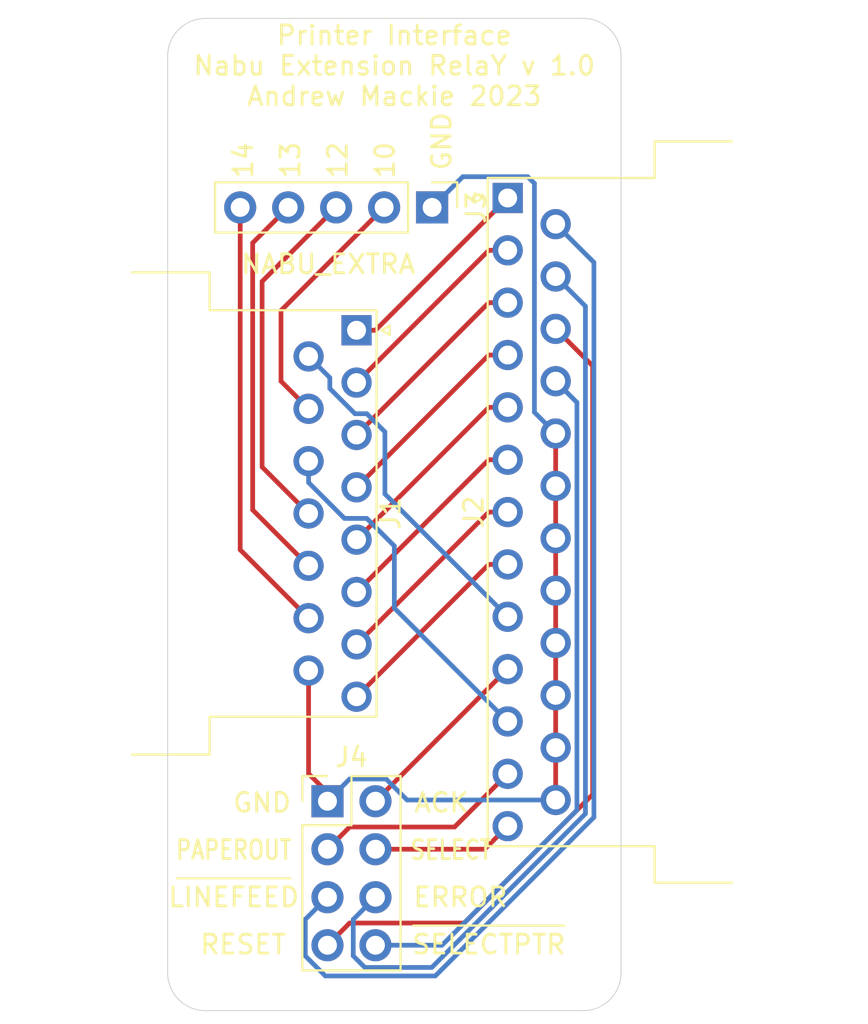
<source format=kicad_pcb>
(kicad_pcb (version 20171130) (host pcbnew "(5.1.8)-1")

  (general
    (thickness 1.6)
    (drawings 25)
    (tracks 90)
    (zones 0)
    (modules 4)
    (nets 23)
  )

  (page A4)
  (layers
    (0 F.Cu signal)
    (31 B.Cu signal)
    (32 B.Adhes user)
    (33 F.Adhes user)
    (34 B.Paste user)
    (35 F.Paste user)
    (36 B.SilkS user)
    (37 F.SilkS user)
    (38 B.Mask user)
    (39 F.Mask user)
    (40 Dwgs.User user)
    (41 Cmts.User user)
    (42 Eco1.User user)
    (43 Eco2.User user)
    (44 Edge.Cuts user)
    (45 Margin user)
    (46 B.CrtYd user)
    (47 F.CrtYd user)
    (48 B.Fab user)
    (49 F.Fab user)
  )

  (setup
    (last_trace_width 0.25)
    (trace_clearance 0.2)
    (zone_clearance 0.508)
    (zone_45_only no)
    (trace_min 0.2)
    (via_size 0.8)
    (via_drill 0.4)
    (via_min_size 0.4)
    (via_min_drill 0.3)
    (uvia_size 0.3)
    (uvia_drill 0.1)
    (uvias_allowed no)
    (uvia_min_size 0.2)
    (uvia_min_drill 0.1)
    (edge_width 0.05)
    (segment_width 0.2)
    (pcb_text_width 0.3)
    (pcb_text_size 1.5 1.5)
    (mod_edge_width 0.12)
    (mod_text_size 1 1)
    (mod_text_width 0.15)
    (pad_size 1.524 1.524)
    (pad_drill 0.762)
    (pad_to_mask_clearance 0)
    (aux_axis_origin 0 0)
    (visible_elements FFFFFF7F)
    (pcbplotparams
      (layerselection 0x010fc_ffffffff)
      (usegerberextensions false)
      (usegerberattributes true)
      (usegerberadvancedattributes true)
      (creategerberjobfile true)
      (excludeedgelayer true)
      (linewidth 0.100000)
      (plotframeref false)
      (viasonmask false)
      (mode 1)
      (useauxorigin false)
      (hpglpennumber 1)
      (hpglpenspeed 20)
      (hpglpendiameter 15.000000)
      (psnegative false)
      (psa4output false)
      (plotreference true)
      (plotvalue true)
      (plotinvisibletext false)
      (padsonsilk false)
      (subtractmaskfromsilk false)
      (outputformat 1)
      (mirror false)
      (drillshape 1)
      (scaleselection 1)
      (outputdirectory ""))
  )

  (net 0 "")
  (net 1 GND)
  (net 2 NABU14)
  (net 3 NABU13)
  (net 4 NABU12)
  (net 5 BUSY)
  (net 6 NABU10)
  (net 7 DATA7)
  (net 8 DATA6)
  (net 9 DATA5)
  (net 10 DATA4)
  (net 11 DATA3)
  (net 12 DATA2)
  (net 13 DATA1)
  (net 14 DATA0)
  (net 15 STROBE)
  (net 16 SELECTPRINTER)
  (net 17 RESET)
  (net 18 ERROR)
  (net 19 LINEFEED)
  (net 20 SELECT)
  (net 21 PAPEROUT)
  (net 22 ACK)

  (net_class Default "This is the default net class."
    (clearance 0.2)
    (trace_width 0.25)
    (via_dia 0.8)
    (via_drill 0.4)
    (uvia_dia 0.3)
    (uvia_drill 0.1)
    (add_net ACK)
    (add_net BUSY)
    (add_net DATA0)
    (add_net DATA1)
    (add_net DATA2)
    (add_net DATA3)
    (add_net DATA4)
    (add_net DATA5)
    (add_net DATA6)
    (add_net DATA7)
    (add_net ERROR)
    (add_net GND)
    (add_net LINEFEED)
    (add_net NABU10)
    (add_net NABU12)
    (add_net NABU13)
    (add_net NABU14)
    (add_net PAPEROUT)
    (add_net RESET)
    (add_net SELECT)
    (add_net SELECTPRINTER)
    (add_net STROBE)
  )

  (module Connector_PinHeader_2.54mm:PinHeader_2x04_P2.54mm_Vertical (layer F.Cu) (tedit 59FED5CC) (tstamp 6411A0B6)
    (at 130.46 98.92)
    (descr "Through hole straight pin header, 2x04, 2.54mm pitch, double rows")
    (tags "Through hole pin header THT 2x04 2.54mm double row")
    (path /64117DA8)
    (fp_text reference J4 (at 1.27 -2.33) (layer F.SilkS)
      (effects (font (size 1 1) (thickness 0.15)))
    )
    (fp_text value PRINTER_EXTRA (at 1.27 9.95) (layer F.Fab)
      (effects (font (size 1 1) (thickness 0.15)))
    )
    (fp_text user %R (at 1.27 3.81 90) (layer F.Fab)
      (effects (font (size 1 1) (thickness 0.15)))
    )
    (fp_line (start 0 -1.27) (end 3.81 -1.27) (layer F.Fab) (width 0.1))
    (fp_line (start 3.81 -1.27) (end 3.81 8.89) (layer F.Fab) (width 0.1))
    (fp_line (start 3.81 8.89) (end -1.27 8.89) (layer F.Fab) (width 0.1))
    (fp_line (start -1.27 8.89) (end -1.27 0) (layer F.Fab) (width 0.1))
    (fp_line (start -1.27 0) (end 0 -1.27) (layer F.Fab) (width 0.1))
    (fp_line (start -1.33 8.95) (end 3.87 8.95) (layer F.SilkS) (width 0.12))
    (fp_line (start -1.33 1.27) (end -1.33 8.95) (layer F.SilkS) (width 0.12))
    (fp_line (start 3.87 -1.33) (end 3.87 8.95) (layer F.SilkS) (width 0.12))
    (fp_line (start -1.33 1.27) (end 1.27 1.27) (layer F.SilkS) (width 0.12))
    (fp_line (start 1.27 1.27) (end 1.27 -1.33) (layer F.SilkS) (width 0.12))
    (fp_line (start 1.27 -1.33) (end 3.87 -1.33) (layer F.SilkS) (width 0.12))
    (fp_line (start -1.33 0) (end -1.33 -1.33) (layer F.SilkS) (width 0.12))
    (fp_line (start -1.33 -1.33) (end 0 -1.33) (layer F.SilkS) (width 0.12))
    (fp_line (start -1.8 -1.8) (end -1.8 9.4) (layer F.CrtYd) (width 0.05))
    (fp_line (start -1.8 9.4) (end 4.35 9.4) (layer F.CrtYd) (width 0.05))
    (fp_line (start 4.35 9.4) (end 4.35 -1.8) (layer F.CrtYd) (width 0.05))
    (fp_line (start 4.35 -1.8) (end -1.8 -1.8) (layer F.CrtYd) (width 0.05))
    (pad 8 thru_hole oval (at 2.54 7.62) (size 1.7 1.7) (drill 1) (layers *.Cu *.Mask)
      (net 16 SELECTPRINTER))
    (pad 7 thru_hole oval (at 0 7.62) (size 1.7 1.7) (drill 1) (layers *.Cu *.Mask)
      (net 17 RESET))
    (pad 6 thru_hole oval (at 2.54 5.08) (size 1.7 1.7) (drill 1) (layers *.Cu *.Mask)
      (net 18 ERROR))
    (pad 5 thru_hole oval (at 0 5.08) (size 1.7 1.7) (drill 1) (layers *.Cu *.Mask)
      (net 19 LINEFEED))
    (pad 4 thru_hole oval (at 2.54 2.54) (size 1.7 1.7) (drill 1) (layers *.Cu *.Mask)
      (net 20 SELECT))
    (pad 3 thru_hole oval (at 0 2.54) (size 1.7 1.7) (drill 1) (layers *.Cu *.Mask)
      (net 21 PAPEROUT))
    (pad 2 thru_hole oval (at 2.54 0) (size 1.7 1.7) (drill 1) (layers *.Cu *.Mask)
      (net 22 ACK))
    (pad 1 thru_hole rect (at 0 0) (size 1.7 1.7) (drill 1) (layers *.Cu *.Mask)
      (net 1 GND))
    (model ${KISYS3DMOD}/Connector_PinHeader_2.54mm.3dshapes/PinHeader_2x04_P2.54mm_Vertical.wrl
      (at (xyz 0 0 0))
      (scale (xyz 1 1 1))
      (rotate (xyz 0 0 0))
    )
  )

  (module Connector_PinHeader_2.54mm:PinHeader_1x05_P2.54mm_Vertical (layer F.Cu) (tedit 59FED5CC) (tstamp 6411A098)
    (at 136 67.5 270)
    (descr "Through hole straight pin header, 1x05, 2.54mm pitch, single row")
    (tags "Through hole pin header THT 1x05 2.54mm single row")
    (path /641237BE)
    (fp_text reference J3 (at 0 -2.33 90) (layer F.SilkS)
      (effects (font (size 1 1) (thickness 0.15)))
    )
    (fp_text value NABU_EXTRA (at 0 12.49 90) (layer F.Fab)
      (effects (font (size 1 1) (thickness 0.15)))
    )
    (fp_text user %R (at 0 5.08) (layer F.Fab)
      (effects (font (size 1 1) (thickness 0.15)))
    )
    (fp_line (start -0.635 -1.27) (end 1.27 -1.27) (layer F.Fab) (width 0.1))
    (fp_line (start 1.27 -1.27) (end 1.27 11.43) (layer F.Fab) (width 0.1))
    (fp_line (start 1.27 11.43) (end -1.27 11.43) (layer F.Fab) (width 0.1))
    (fp_line (start -1.27 11.43) (end -1.27 -0.635) (layer F.Fab) (width 0.1))
    (fp_line (start -1.27 -0.635) (end -0.635 -1.27) (layer F.Fab) (width 0.1))
    (fp_line (start -1.33 11.49) (end 1.33 11.49) (layer F.SilkS) (width 0.12))
    (fp_line (start -1.33 1.27) (end -1.33 11.49) (layer F.SilkS) (width 0.12))
    (fp_line (start 1.33 1.27) (end 1.33 11.49) (layer F.SilkS) (width 0.12))
    (fp_line (start -1.33 1.27) (end 1.33 1.27) (layer F.SilkS) (width 0.12))
    (fp_line (start -1.33 0) (end -1.33 -1.33) (layer F.SilkS) (width 0.12))
    (fp_line (start -1.33 -1.33) (end 0 -1.33) (layer F.SilkS) (width 0.12))
    (fp_line (start -1.8 -1.8) (end -1.8 11.95) (layer F.CrtYd) (width 0.05))
    (fp_line (start -1.8 11.95) (end 1.8 11.95) (layer F.CrtYd) (width 0.05))
    (fp_line (start 1.8 11.95) (end 1.8 -1.8) (layer F.CrtYd) (width 0.05))
    (fp_line (start 1.8 -1.8) (end -1.8 -1.8) (layer F.CrtYd) (width 0.05))
    (pad 5 thru_hole oval (at 0 10.16 270) (size 1.7 1.7) (drill 1) (layers *.Cu *.Mask)
      (net 2 NABU14))
    (pad 4 thru_hole oval (at 0 7.62 270) (size 1.7 1.7) (drill 1) (layers *.Cu *.Mask)
      (net 3 NABU13))
    (pad 3 thru_hole oval (at 0 5.08 270) (size 1.7 1.7) (drill 1) (layers *.Cu *.Mask)
      (net 4 NABU12))
    (pad 2 thru_hole oval (at 0 2.54 270) (size 1.7 1.7) (drill 1) (layers *.Cu *.Mask)
      (net 6 NABU10))
    (pad 1 thru_hole rect (at 0 0 270) (size 1.7 1.7) (drill 1) (layers *.Cu *.Mask)
      (net 1 GND))
    (model ${KISYS3DMOD}/Connector_PinHeader_2.54mm.3dshapes/PinHeader_1x05_P2.54mm_Vertical.wrl
      (at (xyz 0 0 0))
      (scale (xyz 1 1 1))
      (rotate (xyz 0 0 0))
    )
  )

  (module Connector_Dsub:DSUB-25_Female_Horizontal_P2.77x2.54mm_EdgePinOffset9.40mm (layer F.Cu) (tedit 59FEDEE2) (tstamp 6411A07F)
    (at 140 67 90)
    (descr "25-pin D-Sub connector, horizontal/angled (90 deg), THT-mount, female, pitch 2.77x2.54mm, pin-PCB-offset 9.4mm, see http://docs-europe.electrocomponents.com/webdocs/1585/0900766b81585df2.pdf")
    (tags "25-pin D-Sub connector horizontal angled 90deg THT female pitch 2.77x2.54mm pin-PCB-offset 9.4mm")
    (path /641069CE)
    (fp_text reference J2 (at -16.62 -1.8 90) (layer F.SilkS)
      (effects (font (size 1 1) (thickness 0.15)))
    )
    (fp_text value DB25_POINT_TOWARDS_PRINTER (at -17 5 90) (layer F.Fab)
      (effects (font (size 1 1) (thickness 0.15)))
    )
    (fp_text user %R (at -36 4 90) (layer F.Fab)
      (effects (font (size 1 1) (thickness 0.15)))
    )
    (fp_line (start -0.1 0) (end -0.1 7.84) (layer F.Fab) (width 0.1))
    (fp_line (start 0 0) (end 0 7.84) (layer F.Fab) (width 0.1))
    (fp_line (start 0.1 0) (end 0.1 7.84) (layer F.Fab) (width 0.1))
    (fp_line (start -2.87 0) (end -2.87 7.84) (layer F.Fab) (width 0.1))
    (fp_line (start -2.77 0) (end -2.77 7.84) (layer F.Fab) (width 0.1))
    (fp_line (start -2.67 0) (end -2.67 7.84) (layer F.Fab) (width 0.1))
    (fp_line (start -5.64 0) (end -5.64 7.84) (layer F.Fab) (width 0.1))
    (fp_line (start -5.54 0) (end -5.54 7.84) (layer F.Fab) (width 0.1))
    (fp_line (start -5.44 0) (end -5.44 7.84) (layer F.Fab) (width 0.1))
    (fp_line (start -8.41 0) (end -8.41 7.84) (layer F.Fab) (width 0.1))
    (fp_line (start -8.31 0) (end -8.31 7.84) (layer F.Fab) (width 0.1))
    (fp_line (start -8.21 0) (end -8.21 7.84) (layer F.Fab) (width 0.1))
    (fp_line (start -11.18 0) (end -11.18 7.84) (layer F.Fab) (width 0.1))
    (fp_line (start -11.08 0) (end -11.08 7.84) (layer F.Fab) (width 0.1))
    (fp_line (start -10.98 0) (end -10.98 7.84) (layer F.Fab) (width 0.1))
    (fp_line (start -13.95 0) (end -13.95 7.84) (layer F.Fab) (width 0.1))
    (fp_line (start -13.85 0) (end -13.85 7.84) (layer F.Fab) (width 0.1))
    (fp_line (start -13.75 0) (end -13.75 7.84) (layer F.Fab) (width 0.1))
    (fp_line (start -16.72 0) (end -16.72 7.84) (layer F.Fab) (width 0.1))
    (fp_line (start -16.62 0) (end -16.62 7.84) (layer F.Fab) (width 0.1))
    (fp_line (start -16.52 0) (end -16.52 7.84) (layer F.Fab) (width 0.1))
    (fp_line (start -19.49 0) (end -19.49 7.84) (layer F.Fab) (width 0.1))
    (fp_line (start -19.39 0) (end -19.39 7.84) (layer F.Fab) (width 0.1))
    (fp_line (start -19.29 0) (end -19.29 7.84) (layer F.Fab) (width 0.1))
    (fp_line (start -22.26 0) (end -22.26 7.84) (layer F.Fab) (width 0.1))
    (fp_line (start -22.16 0) (end -22.16 7.84) (layer F.Fab) (width 0.1))
    (fp_line (start -22.06 0) (end -22.06 7.84) (layer F.Fab) (width 0.1))
    (fp_line (start -25.03 0) (end -25.03 7.84) (layer F.Fab) (width 0.1))
    (fp_line (start -24.93 0) (end -24.93 7.84) (layer F.Fab) (width 0.1))
    (fp_line (start -24.83 0) (end -24.83 7.84) (layer F.Fab) (width 0.1))
    (fp_line (start -27.8 0) (end -27.8 7.84) (layer F.Fab) (width 0.1))
    (fp_line (start -27.7 0) (end -27.7 7.84) (layer F.Fab) (width 0.1))
    (fp_line (start -27.6 0) (end -27.6 7.84) (layer F.Fab) (width 0.1))
    (fp_line (start -30.57 0) (end -30.57 7.84) (layer F.Fab) (width 0.1))
    (fp_line (start -30.47 0) (end -30.47 7.84) (layer F.Fab) (width 0.1))
    (fp_line (start -30.37 0) (end -30.37 7.84) (layer F.Fab) (width 0.1))
    (fp_line (start -33.34 0) (end -33.34 7.84) (layer F.Fab) (width 0.1))
    (fp_line (start -33.24 0) (end -33.24 7.84) (layer F.Fab) (width 0.1))
    (fp_line (start -33.14 0) (end -33.14 7.84) (layer F.Fab) (width 0.1))
    (fp_line (start -1.485 2.54) (end -1.485 7.84) (layer F.Fab) (width 0.1))
    (fp_line (start -1.385 2.54) (end -1.385 7.84) (layer F.Fab) (width 0.1))
    (fp_line (start -1.285 2.54) (end -1.285 7.84) (layer F.Fab) (width 0.1))
    (fp_line (start -4.255 2.54) (end -4.255 7.84) (layer F.Fab) (width 0.1))
    (fp_line (start -4.155 2.54) (end -4.155 7.84) (layer F.Fab) (width 0.1))
    (fp_line (start -4.055 2.54) (end -4.055 7.84) (layer F.Fab) (width 0.1))
    (fp_line (start -7.025 2.54) (end -7.025 7.84) (layer F.Fab) (width 0.1))
    (fp_line (start -6.925 2.54) (end -6.925 7.84) (layer F.Fab) (width 0.1))
    (fp_line (start -6.825 2.54) (end -6.825 7.84) (layer F.Fab) (width 0.1))
    (fp_line (start -9.795 2.54) (end -9.795 7.84) (layer F.Fab) (width 0.1))
    (fp_line (start -9.695 2.54) (end -9.695 7.84) (layer F.Fab) (width 0.1))
    (fp_line (start -9.595 2.54) (end -9.595 7.84) (layer F.Fab) (width 0.1))
    (fp_line (start -12.565 2.54) (end -12.565 7.84) (layer F.Fab) (width 0.1))
    (fp_line (start -12.465 2.54) (end -12.465 7.84) (layer F.Fab) (width 0.1))
    (fp_line (start -12.365 2.54) (end -12.365 7.84) (layer F.Fab) (width 0.1))
    (fp_line (start -15.335 2.54) (end -15.335 7.84) (layer F.Fab) (width 0.1))
    (fp_line (start -15.235 2.54) (end -15.235 7.84) (layer F.Fab) (width 0.1))
    (fp_line (start -15.135 2.54) (end -15.135 7.84) (layer F.Fab) (width 0.1))
    (fp_line (start -18.105 2.54) (end -18.105 7.84) (layer F.Fab) (width 0.1))
    (fp_line (start -18.005 2.54) (end -18.005 7.84) (layer F.Fab) (width 0.1))
    (fp_line (start -17.905 2.54) (end -17.905 7.84) (layer F.Fab) (width 0.1))
    (fp_line (start -20.875 2.54) (end -20.875 7.84) (layer F.Fab) (width 0.1))
    (fp_line (start -20.775 2.54) (end -20.775 7.84) (layer F.Fab) (width 0.1))
    (fp_line (start -20.675 2.54) (end -20.675 7.84) (layer F.Fab) (width 0.1))
    (fp_line (start -23.645 2.54) (end -23.645 7.84) (layer F.Fab) (width 0.1))
    (fp_line (start -23.545 2.54) (end -23.545 7.84) (layer F.Fab) (width 0.1))
    (fp_line (start -23.445 2.54) (end -23.445 7.84) (layer F.Fab) (width 0.1))
    (fp_line (start -26.415 2.54) (end -26.415 7.84) (layer F.Fab) (width 0.1))
    (fp_line (start -26.315 2.54) (end -26.315 7.84) (layer F.Fab) (width 0.1))
    (fp_line (start -26.215 2.54) (end -26.215 7.84) (layer F.Fab) (width 0.1))
    (fp_line (start -29.185 2.54) (end -29.185 7.84) (layer F.Fab) (width 0.1))
    (fp_line (start -29.085 2.54) (end -29.085 7.84) (layer F.Fab) (width 0.1))
    (fp_line (start -28.985 2.54) (end -28.985 7.84) (layer F.Fab) (width 0.1))
    (fp_line (start -31.955 2.54) (end -31.955 7.84) (layer F.Fab) (width 0.1))
    (fp_line (start -31.855 2.54) (end -31.855 7.84) (layer F.Fab) (width 0.1))
    (fp_line (start -31.755 2.54) (end -31.755 7.84) (layer F.Fab) (width 0.1))
    (fp_line (start -36.17 7.84) (end -36.17 11.94) (layer F.Fab) (width 0.1))
    (fp_line (start -36.17 11.94) (end 2.93 11.94) (layer F.Fab) (width 0.1))
    (fp_line (start 2.93 11.94) (end 2.93 7.84) (layer F.Fab) (width 0.1))
    (fp_line (start 2.93 7.84) (end -36.17 7.84) (layer F.Fab) (width 0.1))
    (fp_line (start -43.17 11.94) (end -43.17 12.34) (layer F.Fab) (width 0.1))
    (fp_line (start -43.17 12.34) (end 9.93 12.34) (layer F.Fab) (width 0.1))
    (fp_line (start 9.93 12.34) (end 9.93 11.94) (layer F.Fab) (width 0.1))
    (fp_line (start 9.93 11.94) (end -43.17 11.94) (layer F.Fab) (width 0.1))
    (fp_line (start -35.77 12.34) (end -35.77 18.51) (layer F.Fab) (width 0.1))
    (fp_line (start -35.77 18.51) (end 2.53 18.51) (layer F.Fab) (width 0.1))
    (fp_line (start 2.53 18.51) (end 2.53 12.34) (layer F.Fab) (width 0.1))
    (fp_line (start 2.53 12.34) (end -35.77 12.34) (layer F.Fab) (width 0.1))
    (fp_line (start -36.23 11.88) (end -36.23 7.78) (layer F.SilkS) (width 0.12))
    (fp_line (start -36.23 7.78) (end -34.3 7.78) (layer F.SilkS) (width 0.12))
    (fp_line (start -34.3 7.78) (end -34.3 -1.06) (layer F.SilkS) (width 0.12))
    (fp_line (start -34.3 -1.06) (end 1.06 -1.06) (layer F.SilkS) (width 0.12))
    (fp_line (start 1.06 -1.06) (end 1.06 7.78) (layer F.SilkS) (width 0.12))
    (fp_line (start 1.06 7.78) (end 2.99 7.78) (layer F.SilkS) (width 0.12))
    (fp_line (start 2.99 7.78) (end 2.99 11.88) (layer F.SilkS) (width 0.12))
    (fp_line (start -0.25 -1.754338) (end 0.25 -1.754338) (layer F.SilkS) (width 0.12))
    (fp_line (start 0.25 -1.754338) (end 0 -1.321325) (layer F.SilkS) (width 0.12))
    (fp_line (start 0 -1.321325) (end -0.25 -1.754338) (layer F.SilkS) (width 0.12))
    (fp_line (start -36.3 19.05) (end -36.3 12.85) (layer F.CrtYd) (width 0.05))
    (fp_line (start -36.3 12.85) (end -43.7 12.85) (layer F.CrtYd) (width 0.05))
    (fp_line (start -43.7 12.85) (end -43.7 11.45) (layer F.CrtYd) (width 0.05))
    (fp_line (start -43.7 11.45) (end -36.7 11.45) (layer F.CrtYd) (width 0.05))
    (fp_line (start -36.7 11.45) (end -36.7 7.35) (layer F.CrtYd) (width 0.05))
    (fp_line (start -36.7 7.35) (end -34.55 7.35) (layer F.CrtYd) (width 0.05))
    (fp_line (start -34.55 7.35) (end -34.55 -1.35) (layer F.CrtYd) (width 0.05))
    (fp_line (start -34.55 -1.35) (end 1.3 -1.35) (layer F.CrtYd) (width 0.05))
    (fp_line (start 1.3 -1.35) (end 1.3 7.35) (layer F.CrtYd) (width 0.05))
    (fp_line (start 1.3 7.35) (end 3.45 7.35) (layer F.CrtYd) (width 0.05))
    (fp_line (start 3.45 7.35) (end 3.45 11.45) (layer F.CrtYd) (width 0.05))
    (fp_line (start 3.45 11.45) (end 10.45 11.45) (layer F.CrtYd) (width 0.05))
    (fp_line (start 10.45 11.45) (end 10.45 12.85) (layer F.CrtYd) (width 0.05))
    (fp_line (start 10.45 12.85) (end 3.05 12.85) (layer F.CrtYd) (width 0.05))
    (fp_line (start 3.05 12.85) (end 3.05 19.05) (layer F.CrtYd) (width 0.05))
    (fp_line (start 3.05 19.05) (end -36.3 19.05) (layer F.CrtYd) (width 0.05))
    (pad 25 thru_hole circle (at -31.855 2.54 90) (size 1.6 1.6) (drill 1) (layers *.Cu *.Mask)
      (net 1 GND))
    (pad 24 thru_hole circle (at -29.085 2.54 90) (size 1.6 1.6) (drill 1) (layers *.Cu *.Mask)
      (net 1 GND))
    (pad 23 thru_hole circle (at -26.315 2.54 90) (size 1.6 1.6) (drill 1) (layers *.Cu *.Mask)
      (net 1 GND))
    (pad 22 thru_hole circle (at -23.545 2.54 90) (size 1.6 1.6) (drill 1) (layers *.Cu *.Mask)
      (net 1 GND))
    (pad 21 thru_hole circle (at -20.775 2.54 90) (size 1.6 1.6) (drill 1) (layers *.Cu *.Mask)
      (net 1 GND))
    (pad 20 thru_hole circle (at -18.005 2.54 90) (size 1.6 1.6) (drill 1) (layers *.Cu *.Mask)
      (net 1 GND))
    (pad 19 thru_hole circle (at -15.235 2.54 90) (size 1.6 1.6) (drill 1) (layers *.Cu *.Mask)
      (net 1 GND))
    (pad 18 thru_hole circle (at -12.465 2.54 90) (size 1.6 1.6) (drill 1) (layers *.Cu *.Mask)
      (net 1 GND))
    (pad 17 thru_hole circle (at -9.695 2.54 90) (size 1.6 1.6) (drill 1) (layers *.Cu *.Mask)
      (net 16 SELECTPRINTER))
    (pad 16 thru_hole circle (at -6.925 2.54 90) (size 1.6 1.6) (drill 1) (layers *.Cu *.Mask)
      (net 17 RESET))
    (pad 15 thru_hole circle (at -4.155 2.54 90) (size 1.6 1.6) (drill 1) (layers *.Cu *.Mask)
      (net 18 ERROR))
    (pad 14 thru_hole circle (at -1.385 2.54 90) (size 1.6 1.6) (drill 1) (layers *.Cu *.Mask)
      (net 19 LINEFEED))
    (pad 13 thru_hole circle (at -33.24 0 90) (size 1.6 1.6) (drill 1) (layers *.Cu *.Mask)
      (net 20 SELECT))
    (pad 12 thru_hole circle (at -30.47 0 90) (size 1.6 1.6) (drill 1) (layers *.Cu *.Mask)
      (net 21 PAPEROUT))
    (pad 11 thru_hole circle (at -27.7 0 90) (size 1.6 1.6) (drill 1) (layers *.Cu *.Mask)
      (net 5 BUSY))
    (pad 10 thru_hole circle (at -24.93 0 90) (size 1.6 1.6) (drill 1) (layers *.Cu *.Mask)
      (net 22 ACK))
    (pad 9 thru_hole circle (at -22.16 0 90) (size 1.6 1.6) (drill 1) (layers *.Cu *.Mask)
      (net 7 DATA7))
    (pad 8 thru_hole circle (at -19.39 0 90) (size 1.6 1.6) (drill 1) (layers *.Cu *.Mask)
      (net 8 DATA6))
    (pad 7 thru_hole circle (at -16.62 0 90) (size 1.6 1.6) (drill 1) (layers *.Cu *.Mask)
      (net 9 DATA5))
    (pad 6 thru_hole circle (at -13.85 0 90) (size 1.6 1.6) (drill 1) (layers *.Cu *.Mask)
      (net 10 DATA4))
    (pad 5 thru_hole circle (at -11.08 0 90) (size 1.6 1.6) (drill 1) (layers *.Cu *.Mask)
      (net 11 DATA3))
    (pad 4 thru_hole circle (at -8.31 0 90) (size 1.6 1.6) (drill 1) (layers *.Cu *.Mask)
      (net 12 DATA2))
    (pad 3 thru_hole circle (at -5.54 0 90) (size 1.6 1.6) (drill 1) (layers *.Cu *.Mask)
      (net 13 DATA1))
    (pad 2 thru_hole circle (at -2.77 0 90) (size 1.6 1.6) (drill 1) (layers *.Cu *.Mask)
      (net 14 DATA0))
    (pad 1 thru_hole rect (at 0 0 90) (size 1.6 1.6) (drill 1) (layers *.Cu *.Mask)
      (net 15 STROBE))
    (model ${KISYS3DMOD}/Connector_Dsub.3dshapes/DSUB-25_Female_Horizontal_P2.77x2.54mm_EdgePinOffset9.40mm.wrl
      (at (xyz 0 0 0))
      (scale (xyz 1 1 1))
      (rotate (xyz 0 0 0))
    )
  )

  (module Connector_Dsub:DSUB-15_Male_Horizontal_P2.77x2.54mm_EdgePinOffset9.40mm (layer F.Cu) (tedit 59FEDEE2) (tstamp 64119FF0)
    (at 132 74 270)
    (descr "15-pin D-Sub connector, horizontal/angled (90 deg), THT-mount, male, pitch 2.77x2.54mm, pin-PCB-offset 9.4mm, see http://docs-europe.electrocomponents.com/webdocs/1585/0900766b81585df2.pdf")
    (tags "15-pin D-Sub connector horizontal angled 90deg THT male pitch 2.77x2.54mm pin-PCB-offset 9.4mm")
    (path /64108540)
    (fp_text reference J1 (at 9.695 -1.8 90) (layer F.SilkS)
      (effects (font (size 1 1) (thickness 0.15)))
    )
    (fp_text value DB15_POINT_TOWARDS_NABU (at 10 6.5 90) (layer F.Fab)
      (effects (font (size 1 1) (thickness 0.15)))
    )
    (fp_text user %R (at 21.5 4 90) (layer F.Fab)
      (effects (font (size 1 1) (thickness 0.15)))
    )
    (fp_line (start -0.1 0) (end -0.1 7.84) (layer F.Fab) (width 0.1))
    (fp_line (start 0 0) (end 0 7.84) (layer F.Fab) (width 0.1))
    (fp_line (start 0.1 0) (end 0.1 7.84) (layer F.Fab) (width 0.1))
    (fp_line (start 2.67 0) (end 2.67 7.84) (layer F.Fab) (width 0.1))
    (fp_line (start 2.77 0) (end 2.77 7.84) (layer F.Fab) (width 0.1))
    (fp_line (start 2.87 0) (end 2.87 7.84) (layer F.Fab) (width 0.1))
    (fp_line (start 5.44 0) (end 5.44 7.84) (layer F.Fab) (width 0.1))
    (fp_line (start 5.54 0) (end 5.54 7.84) (layer F.Fab) (width 0.1))
    (fp_line (start 5.64 0) (end 5.64 7.84) (layer F.Fab) (width 0.1))
    (fp_line (start 8.21 0) (end 8.21 7.84) (layer F.Fab) (width 0.1))
    (fp_line (start 8.31 0) (end 8.31 7.84) (layer F.Fab) (width 0.1))
    (fp_line (start 8.41 0) (end 8.41 7.84) (layer F.Fab) (width 0.1))
    (fp_line (start 10.98 0) (end 10.98 7.84) (layer F.Fab) (width 0.1))
    (fp_line (start 11.08 0) (end 11.08 7.84) (layer F.Fab) (width 0.1))
    (fp_line (start 11.18 0) (end 11.18 7.84) (layer F.Fab) (width 0.1))
    (fp_line (start 13.75 0) (end 13.75 7.84) (layer F.Fab) (width 0.1))
    (fp_line (start 13.85 0) (end 13.85 7.84) (layer F.Fab) (width 0.1))
    (fp_line (start 13.95 0) (end 13.95 7.84) (layer F.Fab) (width 0.1))
    (fp_line (start 16.52 0) (end 16.52 7.84) (layer F.Fab) (width 0.1))
    (fp_line (start 16.62 0) (end 16.62 7.84) (layer F.Fab) (width 0.1))
    (fp_line (start 16.72 0) (end 16.72 7.84) (layer F.Fab) (width 0.1))
    (fp_line (start 19.29 0) (end 19.29 7.84) (layer F.Fab) (width 0.1))
    (fp_line (start 19.39 0) (end 19.39 7.84) (layer F.Fab) (width 0.1))
    (fp_line (start 19.49 0) (end 19.49 7.84) (layer F.Fab) (width 0.1))
    (fp_line (start 1.285 2.54) (end 1.285 7.84) (layer F.Fab) (width 0.1))
    (fp_line (start 1.385 2.54) (end 1.385 7.84) (layer F.Fab) (width 0.1))
    (fp_line (start 1.485 2.54) (end 1.485 7.84) (layer F.Fab) (width 0.1))
    (fp_line (start 4.055 2.54) (end 4.055 7.84) (layer F.Fab) (width 0.1))
    (fp_line (start 4.155 2.54) (end 4.155 7.84) (layer F.Fab) (width 0.1))
    (fp_line (start 4.255 2.54) (end 4.255 7.84) (layer F.Fab) (width 0.1))
    (fp_line (start 6.825 2.54) (end 6.825 7.84) (layer F.Fab) (width 0.1))
    (fp_line (start 6.925 2.54) (end 6.925 7.84) (layer F.Fab) (width 0.1))
    (fp_line (start 7.025 2.54) (end 7.025 7.84) (layer F.Fab) (width 0.1))
    (fp_line (start 9.595 2.54) (end 9.595 7.84) (layer F.Fab) (width 0.1))
    (fp_line (start 9.695 2.54) (end 9.695 7.84) (layer F.Fab) (width 0.1))
    (fp_line (start 9.795 2.54) (end 9.795 7.84) (layer F.Fab) (width 0.1))
    (fp_line (start 12.365 2.54) (end 12.365 7.84) (layer F.Fab) (width 0.1))
    (fp_line (start 12.465 2.54) (end 12.465 7.84) (layer F.Fab) (width 0.1))
    (fp_line (start 12.565 2.54) (end 12.565 7.84) (layer F.Fab) (width 0.1))
    (fp_line (start 15.135 2.54) (end 15.135 7.84) (layer F.Fab) (width 0.1))
    (fp_line (start 15.235 2.54) (end 15.235 7.84) (layer F.Fab) (width 0.1))
    (fp_line (start 15.335 2.54) (end 15.335 7.84) (layer F.Fab) (width 0.1))
    (fp_line (start 17.905 2.54) (end 17.905 7.84) (layer F.Fab) (width 0.1))
    (fp_line (start 18.005 2.54) (end 18.005 7.84) (layer F.Fab) (width 0.1))
    (fp_line (start 18.105 2.54) (end 18.105 7.84) (layer F.Fab) (width 0.1))
    (fp_line (start -3.005 7.84) (end -3.005 11.94) (layer F.Fab) (width 0.1))
    (fp_line (start -3.005 11.94) (end 22.395 11.94) (layer F.Fab) (width 0.1))
    (fp_line (start 22.395 11.94) (end 22.395 7.84) (layer F.Fab) (width 0.1))
    (fp_line (start 22.395 7.84) (end -3.005 7.84) (layer F.Fab) (width 0.1))
    (fp_line (start -9.905 11.94) (end -9.905 12.34) (layer F.Fab) (width 0.1))
    (fp_line (start -9.905 12.34) (end 29.295 12.34) (layer F.Fab) (width 0.1))
    (fp_line (start 29.295 12.34) (end 29.295 11.94) (layer F.Fab) (width 0.1))
    (fp_line (start 29.295 11.94) (end -9.905 11.94) (layer F.Fab) (width 0.1))
    (fp_line (start -2.605 12.34) (end -2.605 18.34) (layer F.Fab) (width 0.1))
    (fp_line (start -2.605 18.34) (end 21.995 18.34) (layer F.Fab) (width 0.1))
    (fp_line (start 21.995 18.34) (end 21.995 12.34) (layer F.Fab) (width 0.1))
    (fp_line (start 21.995 12.34) (end -2.605 12.34) (layer F.Fab) (width 0.1))
    (fp_line (start -3.065 11.88) (end -3.065 7.78) (layer F.SilkS) (width 0.12))
    (fp_line (start -3.065 7.78) (end -1.06 7.78) (layer F.SilkS) (width 0.12))
    (fp_line (start -1.06 7.78) (end -1.06 -1.06) (layer F.SilkS) (width 0.12))
    (fp_line (start -1.06 -1.06) (end 20.45 -1.06) (layer F.SilkS) (width 0.12))
    (fp_line (start 20.45 -1.06) (end 20.45 7.78) (layer F.SilkS) (width 0.12))
    (fp_line (start 20.45 7.78) (end 22.455 7.78) (layer F.SilkS) (width 0.12))
    (fp_line (start 22.455 7.78) (end 22.455 11.88) (layer F.SilkS) (width 0.12))
    (fp_line (start -0.25 -1.754338) (end 0.25 -1.754338) (layer F.SilkS) (width 0.12))
    (fp_line (start 0.25 -1.754338) (end 0 -1.321325) (layer F.SilkS) (width 0.12))
    (fp_line (start 0 -1.321325) (end -0.25 -1.754338) (layer F.SilkS) (width 0.12))
    (fp_line (start -3.15 18.85) (end -3.15 12.85) (layer F.CrtYd) (width 0.05))
    (fp_line (start -3.15 12.85) (end -10.45 12.85) (layer F.CrtYd) (width 0.05))
    (fp_line (start -10.45 12.85) (end -10.45 11.45) (layer F.CrtYd) (width 0.05))
    (fp_line (start -10.45 11.45) (end -3.55 11.45) (layer F.CrtYd) (width 0.05))
    (fp_line (start -3.55 11.45) (end -3.55 7.35) (layer F.CrtYd) (width 0.05))
    (fp_line (start -3.55 7.35) (end -1.3 7.35) (layer F.CrtYd) (width 0.05))
    (fp_line (start -1.3 7.35) (end -1.3 -1.35) (layer F.CrtYd) (width 0.05))
    (fp_line (start -1.3 -1.35) (end 20.7 -1.35) (layer F.CrtYd) (width 0.05))
    (fp_line (start 20.7 -1.35) (end 20.7 7.35) (layer F.CrtYd) (width 0.05))
    (fp_line (start 20.7 7.35) (end 22.9 7.35) (layer F.CrtYd) (width 0.05))
    (fp_line (start 22.9 7.35) (end 22.9 11.45) (layer F.CrtYd) (width 0.05))
    (fp_line (start 22.9 11.45) (end 29.8 11.45) (layer F.CrtYd) (width 0.05))
    (fp_line (start 29.8 11.45) (end 29.8 12.85) (layer F.CrtYd) (width 0.05))
    (fp_line (start 29.8 12.85) (end 22.5 12.85) (layer F.CrtYd) (width 0.05))
    (fp_line (start 22.5 12.85) (end 22.5 18.85) (layer F.CrtYd) (width 0.05))
    (fp_line (start 22.5 18.85) (end -3.15 18.85) (layer F.CrtYd) (width 0.05))
    (pad 15 thru_hole circle (at 18.005 2.54 270) (size 1.6 1.6) (drill 1) (layers *.Cu *.Mask)
      (net 1 GND))
    (pad 14 thru_hole circle (at 15.235 2.54 270) (size 1.6 1.6) (drill 1) (layers *.Cu *.Mask)
      (net 2 NABU14))
    (pad 13 thru_hole circle (at 12.465 2.54 270) (size 1.6 1.6) (drill 1) (layers *.Cu *.Mask)
      (net 3 NABU13))
    (pad 12 thru_hole circle (at 9.695 2.54 270) (size 1.6 1.6) (drill 1) (layers *.Cu *.Mask)
      (net 4 NABU12))
    (pad 11 thru_hole circle (at 6.925 2.54 270) (size 1.6 1.6) (drill 1) (layers *.Cu *.Mask)
      (net 5 BUSY))
    (pad 10 thru_hole circle (at 4.155 2.54 270) (size 1.6 1.6) (drill 1) (layers *.Cu *.Mask)
      (net 6 NABU10))
    (pad 9 thru_hole circle (at 1.385 2.54 270) (size 1.6 1.6) (drill 1) (layers *.Cu *.Mask)
      (net 7 DATA7))
    (pad 8 thru_hole circle (at 19.39 0 270) (size 1.6 1.6) (drill 1) (layers *.Cu *.Mask)
      (net 8 DATA6))
    (pad 7 thru_hole circle (at 16.62 0 270) (size 1.6 1.6) (drill 1) (layers *.Cu *.Mask)
      (net 9 DATA5))
    (pad 6 thru_hole circle (at 13.85 0 270) (size 1.6 1.6) (drill 1) (layers *.Cu *.Mask)
      (net 10 DATA4))
    (pad 5 thru_hole circle (at 11.08 0 270) (size 1.6 1.6) (drill 1) (layers *.Cu *.Mask)
      (net 11 DATA3))
    (pad 4 thru_hole circle (at 8.31 0 270) (size 1.6 1.6) (drill 1) (layers *.Cu *.Mask)
      (net 12 DATA2))
    (pad 3 thru_hole circle (at 5.54 0 270) (size 1.6 1.6) (drill 1) (layers *.Cu *.Mask)
      (net 13 DATA1))
    (pad 2 thru_hole circle (at 2.77 0 270) (size 1.6 1.6) (drill 1) (layers *.Cu *.Mask)
      (net 14 DATA0))
    (pad 1 thru_hole rect (at 0 0 270) (size 1.6 1.6) (drill 1) (layers *.Cu *.Mask)
      (net 15 STROBE))
    (model ${KISYS3DMOD}/Connector_Dsub.3dshapes/DSUB-15_Male_Horizontal_P2.77x2.54mm_EdgePinOffset9.40mm.wrl
      (at (xyz 0 0 0))
      (scale (xyz 1 1 1))
      (rotate (xyz 0 0 0))
    )
  )

  (gr_arc (start 124 108) (end 122 108) (angle -90) (layer Edge.Cuts) (width 0.05))
  (gr_arc (start 144 108) (end 144 110) (angle -90) (layer Edge.Cuts) (width 0.05))
  (gr_arc (start 144 59.5) (end 146 59.5) (angle -90) (layer Edge.Cuts) (width 0.05))
  (gr_arc (start 124 59.5) (end 124 57.5) (angle -90) (layer Edge.Cuts) (width 0.05))
  (gr_text "Printer Interface\nNabu Extension RelaY v 1.0\nAndrew Mackie 2023" (at 134 60) (layer F.SilkS)
    (effects (font (size 1 1) (thickness 0.15)))
  )
  (gr_text NABU_EXTRA (at 130.5 70.5) (layer F.SilkS)
    (effects (font (size 1 1) (thickness 0.15)))
  )
  (gr_text 10 (at 133.5 65 90) (layer F.SilkS) (tstamp 6411C113)
    (effects (font (size 1 1) (thickness 0.15)))
  )
  (gr_text 12 (at 131 65 90) (layer F.SilkS) (tstamp 6411C111)
    (effects (font (size 1 1) (thickness 0.15)))
  )
  (gr_text 13 (at 128.5 65 90) (layer F.SilkS) (tstamp 6411C10F)
    (effects (font (size 1 1) (thickness 0.15)))
  )
  (gr_text 14 (at 126 65 90) (layer F.SilkS)
    (effects (font (size 1 1) (thickness 0.15)))
  )
  (gr_line (start 135 105.5) (end 143 105.5) (layer F.SilkS) (width 0.12))
  (gr_text SELECTPTR (at 139 106.5) (layer F.SilkS)
    (effects (font (size 1 1) (thickness 0.15)))
  )
  (gr_text ERROR (at 137.5 104) (layer F.SilkS)
    (effects (font (size 1 1) (thickness 0.15)))
  )
  (gr_text SELECT (at 137 101.5) (layer F.SilkS)
    (effects (font (size 1 0.8) (thickness 0.15)))
  )
  (gr_line (start 122.5 103) (end 128.5 103) (layer F.SilkS) (width 0.12))
  (gr_text RESET (at 126 106.5) (layer F.SilkS)
    (effects (font (size 1 1) (thickness 0.15)))
  )
  (gr_text LINEFEED (at 125.5 104) (layer F.SilkS)
    (effects (font (size 1 1) (thickness 0.15)))
  )
  (gr_text PAPEROUT (at 125.5 101.5) (layer F.SilkS)
    (effects (font (size 1 0.8) (thickness 0.15)))
  )
  (gr_text ACK (at 136.5 99) (layer F.SilkS)
    (effects (font (size 1 1) (thickness 0.15)))
  )
  (gr_text GND (at 127 99) (layer F.SilkS) (tstamp 6411BE20)
    (effects (font (size 1 1) (thickness 0.15)))
  )
  (gr_text GND (at 136.5 64 90) (layer F.SilkS)
    (effects (font (size 1 1) (thickness 0.15)))
  )
  (gr_line (start 124 57.5) (end 144 57.5) (layer Edge.Cuts) (width 0.05))
  (gr_line (start 122 108) (end 122 59.5) (layer Edge.Cuts) (width 0.05))
  (gr_line (start 144 110) (end 124 110) (layer Edge.Cuts) (width 0.05))
  (gr_line (start 146 59.5) (end 146 108) (layer Edge.Cuts) (width 0.05))

  (segment (start 142.54 79.46) (end 142.54 79.465) (width 0.25) (layer F.Cu) (net 1))
  (segment (start 142.54 79.465) (end 142.54 82.235) (width 0.25) (layer F.Cu) (net 1))
  (segment (start 142.54 82.235) (end 142.54 85.005) (width 0.25) (layer F.Cu) (net 1))
  (segment (start 142.54 85.005) (end 142.54 87.775) (width 0.25) (layer F.Cu) (net 1))
  (segment (start 142.54 87.775) (end 142.54 90.545) (width 0.25) (layer F.Cu) (net 1))
  (segment (start 142.54 90.545) (end 142.54 93.315) (width 0.25) (layer F.Cu) (net 1))
  (segment (start 142.54 93.315) (end 142.54 96.085) (width 0.25) (layer F.Cu) (net 1))
  (segment (start 142.54 96.085) (end 142.54 98.855) (width 0.25) (layer F.Cu) (net 1))
  (segment (start 130.46 98.92) (end 130.46 98.46) (width 0.25) (layer F.Cu) (net 1))
  (segment (start 129.46 97.46) (end 129.46 92.005) (width 0.25) (layer F.Cu) (net 1))
  (segment (start 130.46 98.46) (end 129.46 97.46) (width 0.25) (layer F.Cu) (net 1))
  (segment (start 141.414999 78.339999) (end 142.54 79.465) (width 0.25) (layer B.Cu) (net 1))
  (segment (start 141.414999 66.229997) (end 141.414999 78.339999) (width 0.25) (layer B.Cu) (net 1))
  (segment (start 141.060001 65.874999) (end 141.414999 66.229997) (width 0.25) (layer B.Cu) (net 1))
  (segment (start 137.625001 65.874999) (end 141.060001 65.874999) (width 0.25) (layer B.Cu) (net 1))
  (segment (start 136 67.5) (end 137.625001 65.874999) (width 0.25) (layer B.Cu) (net 1))
  (segment (start 131.635001 97.744999) (end 130.46 98.92) (width 0.25) (layer B.Cu) (net 1))
  (segment (start 133.564001 97.744999) (end 131.635001 97.744999) (width 0.25) (layer B.Cu) (net 1))
  (segment (start 134.674002 98.855) (end 133.564001 97.744999) (width 0.25) (layer B.Cu) (net 1))
  (segment (start 142.54 98.855) (end 134.674002 98.855) (width 0.25) (layer B.Cu) (net 1))
  (segment (start 125.84 85.615) (end 125.84 67.5) (width 0.25) (layer F.Cu) (net 2))
  (segment (start 129.46 89.235) (end 125.84 85.615) (width 0.25) (layer F.Cu) (net 2))
  (segment (start 129.46 86.465) (end 126.5 83.505) (width 0.25) (layer F.Cu) (net 3))
  (segment (start 126.5 69.38) (end 128.38 67.5) (width 0.25) (layer F.Cu) (net 3))
  (segment (start 126.5 83.505) (end 126.5 69.38) (width 0.25) (layer F.Cu) (net 3))
  (segment (start 129.46 83.695) (end 127 81.235) (width 0.25) (layer F.Cu) (net 4))
  (segment (start 127 71.42) (end 130.92 67.5) (width 0.25) (layer F.Cu) (net 4))
  (segment (start 127 81.235) (end 127 71.42) (width 0.25) (layer F.Cu) (net 4))
  (segment (start 132.540001 83.954999) (end 134 85.414998) (width 0.25) (layer B.Cu) (net 5))
  (segment (start 131.358629 83.954999) (end 132.540001 83.954999) (width 0.25) (layer B.Cu) (net 5))
  (segment (start 129.46 82.05637) (end 131.358629 83.954999) (width 0.25) (layer B.Cu) (net 5))
  (segment (start 129.46 80.925) (end 129.46 82.05637) (width 0.25) (layer B.Cu) (net 5))
  (segment (start 134 88.7) (end 140 94.7) (width 0.25) (layer B.Cu) (net 5))
  (segment (start 134 85.414998) (end 134 88.7) (width 0.25) (layer B.Cu) (net 5))
  (segment (start 129.46 78.155) (end 128 76.695) (width 0.25) (layer F.Cu) (net 6))
  (segment (start 128 72.96) (end 133.46 67.5) (width 0.25) (layer F.Cu) (net 6))
  (segment (start 128 76.695) (end 128 72.96) (width 0.25) (layer F.Cu) (net 6))
  (segment (start 132.540001 78.414999) (end 133.5 79.374998) (width 0.25) (layer B.Cu) (net 7))
  (segment (start 131.914999 78.414999) (end 132.540001 78.414999) (width 0.25) (layer B.Cu) (net 7))
  (segment (start 130.585001 77.085001) (end 131.914999 78.414999) (width 0.25) (layer B.Cu) (net 7))
  (segment (start 130.585001 76.510001) (end 130.585001 77.085001) (width 0.25) (layer B.Cu) (net 7))
  (segment (start 129.46 75.385) (end 130.585001 76.510001) (width 0.25) (layer B.Cu) (net 7))
  (segment (start 133.5 82.66) (end 140 89.16) (width 0.25) (layer B.Cu) (net 7))
  (segment (start 133.5 79.374998) (end 133.5 82.66) (width 0.25) (layer B.Cu) (net 7))
  (segment (start 139 86.39) (end 140 86.39) (width 0.25) (layer F.Cu) (net 8))
  (segment (start 132 93.39) (end 139 86.39) (width 0.25) (layer F.Cu) (net 8))
  (segment (start 139 83.62) (end 140 83.62) (width 0.25) (layer F.Cu) (net 9))
  (segment (start 132 90.62) (end 139 83.62) (width 0.25) (layer F.Cu) (net 9))
  (segment (start 139 80.85) (end 140 80.85) (width 0.25) (layer F.Cu) (net 10))
  (segment (start 132 87.85) (end 139 80.85) (width 0.25) (layer F.Cu) (net 10))
  (segment (start 139 78.08) (end 140 78.08) (width 0.25) (layer F.Cu) (net 11))
  (segment (start 132 85.08) (end 139 78.08) (width 0.25) (layer F.Cu) (net 11))
  (segment (start 139 75.31) (end 140 75.31) (width 0.25) (layer F.Cu) (net 12))
  (segment (start 132 82.31) (end 139 75.31) (width 0.25) (layer F.Cu) (net 12))
  (segment (start 139 72.54) (end 140 72.54) (width 0.25) (layer F.Cu) (net 13))
  (segment (start 132 79.54) (end 139 72.54) (width 0.25) (layer F.Cu) (net 13))
  (segment (start 139 69.77) (end 140 69.77) (width 0.25) (layer F.Cu) (net 14))
  (segment (start 132 76.77) (end 139 69.77) (width 0.25) (layer F.Cu) (net 14))
  (segment (start 133 74) (end 140 67) (width 0.25) (layer F.Cu) (net 15))
  (segment (start 132 74) (end 133 74) (width 0.25) (layer F.Cu) (net 15))
  (segment (start 143.665001 77.820001) (end 142.54 76.695) (width 0.25) (layer B.Cu) (net 16))
  (segment (start 143.665001 99.395001) (end 143.665001 77.820001) (width 0.25) (layer B.Cu) (net 16))
  (segment (start 136.520002 106.54) (end 143.665001 99.395001) (width 0.25) (layer B.Cu) (net 16))
  (segment (start 133 106.54) (end 136.520002 106.54) (width 0.25) (layer B.Cu) (net 16))
  (segment (start 137.695003 105.364999) (end 144.5 98.560002) (width 0.25) (layer F.Cu) (net 17))
  (segment (start 131.635001 105.364999) (end 137.695003 105.364999) (width 0.25) (layer F.Cu) (net 17))
  (segment (start 130.46 106.54) (end 131.635001 105.364999) (width 0.25) (layer F.Cu) (net 17))
  (segment (start 144.5 75.885) (end 142.54 73.925) (width 0.25) (layer F.Cu) (net 17))
  (segment (start 144.5 98.560002) (end 144.5 75.885) (width 0.25) (layer F.Cu) (net 17))
  (segment (start 144.115011 72.730011) (end 142.54 71.155) (width 0.25) (layer B.Cu) (net 18))
  (segment (start 144.115011 99.581401) (end 144.115011 72.730011) (width 0.25) (layer B.Cu) (net 18))
  (segment (start 135.981411 107.715001) (end 144.115011 99.581401) (width 0.25) (layer B.Cu) (net 18))
  (segment (start 132.435999 107.715001) (end 135.981411 107.715001) (width 0.25) (layer B.Cu) (net 18))
  (segment (start 131.824999 107.104001) (end 132.435999 107.715001) (width 0.25) (layer B.Cu) (net 18))
  (segment (start 131.824999 105.175001) (end 131.824999 107.104001) (width 0.25) (layer B.Cu) (net 18))
  (segment (start 133 104) (end 131.824999 105.175001) (width 0.25) (layer B.Cu) (net 18))
  (segment (start 144.565021 70.410021) (end 142.54 68.385) (width 0.25) (layer B.Cu) (net 19))
  (segment (start 144.565021 99.767801) (end 144.565021 70.410021) (width 0.25) (layer B.Cu) (net 19))
  (segment (start 136.167812 108.16501) (end 144.565021 99.767801) (width 0.25) (layer B.Cu) (net 19))
  (segment (start 130.346009 108.165011) (end 136.167812 108.16501) (width 0.25) (layer B.Cu) (net 19))
  (segment (start 129.284999 107.104001) (end 130.346009 108.165011) (width 0.25) (layer B.Cu) (net 19))
  (segment (start 129.284999 105.175001) (end 129.284999 107.104001) (width 0.25) (layer B.Cu) (net 19))
  (segment (start 130.46 104) (end 129.284999 105.175001) (width 0.25) (layer B.Cu) (net 19))
  (segment (start 138.78 101.46) (end 140 100.24) (width 0.25) (layer F.Cu) (net 20))
  (segment (start 133 101.46) (end 138.78 101.46) (width 0.25) (layer F.Cu) (net 20))
  (segment (start 137.185001 100.284999) (end 140 97.47) (width 0.25) (layer F.Cu) (net 21))
  (segment (start 131.635001 100.284999) (end 137.185001 100.284999) (width 0.25) (layer F.Cu) (net 21))
  (segment (start 130.46 101.46) (end 131.635001 100.284999) (width 0.25) (layer F.Cu) (net 21))
  (segment (start 139.99 91.93) (end 140 91.93) (width 0.25) (layer F.Cu) (net 22))
  (segment (start 133 98.92) (end 139.99 91.93) (width 0.25) (layer F.Cu) (net 22))

)

</source>
